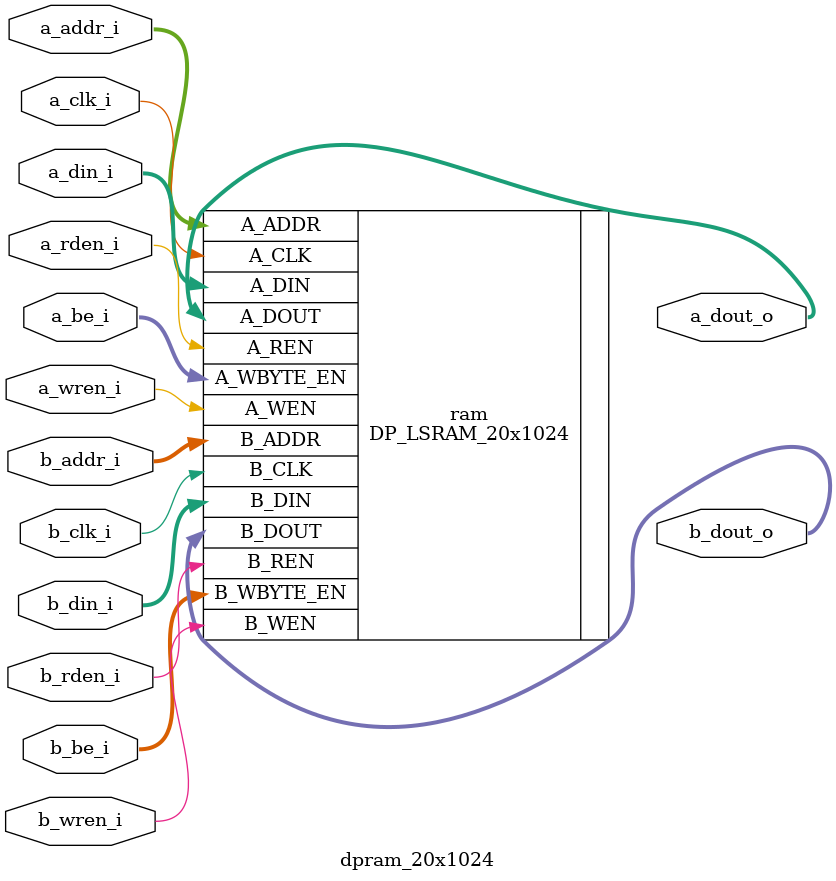
<source format=sv>
/*!
********************************************************************************
\file       dpram_20x1024.sv
\brief      20-bit × 1024 true Dual-Port RAM (Microchip-backed or simulation model)

\author     Kawanami
\date       17/10/2025
\version    1.0

\details
  Leaf-level dual-port RAM used as a Microchip-backed macro wrapper or as a simple
  behavioral model in simulation:

  - Synthesis (Libero / PolarFire SoC/FPGA):
    Instantiates the Microchip large SRAM macro `DP_LSRAM_20x1024` directly.

  - Simulation (Verilator/DPI):
    Implements a minimal behavioral true dual-port RAM with per-lane write
    enable and synchronous, 1-cycle read latency. The full memory array can be
    exposed to testbenches via `mem_o` (enabled with `SIM`).

  Each port supports independent read/write operations. Per-lane write enables
  are expressed over **BeWidth = 2** lanes (two 10-bit lanes per 20-bit word).

\section dpram20x1024_scope Scope and behavior
  - Latency: Synchronous read, 1 cycle. When `*_rden_i` is asserted,
    the address is captured; data becomes visible on `*_dout_o` after the next
    rising edge of the corresponding clock.
  - Write priority: If `*_wren_i=1` in a cycle, the port performs a write
    and does not capture a new read address in that same cycle (write takes
    priority over read).
  - Read-during-write (same port, same address, same cycle): Not defined
    by this wrapper; avoid issuing read and write concurrently on the same port.
  - Cross-port concurrency: Ports A and B operate independently.
    Write/Write to the same address in the same cycle is undefined and must be
    prevented by design (arbiter or address partitioning). Write/Read to the same
    address in the same cycle returns the old value on the read port; newly
    written data are visible on subsequent reads.

\remarks
  - The vendor macro uses UPPERCASE port names (`A_CLK`,
    `A_WBYTE_EN`, etc.); external SCHOLAR RISC-V ports remain in `snake_case`.
  - For precise corner-case behavior, consult the official `Dual Port Large SRAM`
    documentation from Microchip.

\section dpram20x1024_version_history Version history
| Version | Date       | Author   | Description                                 |
|:-------:|:----------:|:---------|:--------------------------------------------|
| 1.0     | 17/10/2025 | Kawanami | Initial version of the module               |
| 1.1     | xx/xx/xxxx | Name     |                                             |
********************************************************************************
*/
module dpram_20x1024 #(
    /// Data width in bits (kept as a parameter for clarity; expected 20)
    parameter int unsigned DataWidth = 20,
    /// Number of addressable words (expected 1024)
    parameter int unsigned Depth     = 1024,
    /// Address width in bits (derived from Depth)
    parameter int unsigned AddrWidth = $clog2(Depth),
    /// Number of write-enable lanes (2 lanes × 10 bits per lane)
    parameter int unsigned BeWidth   = 2
) (
`ifdef SIM
    /// (Simulation only) Exposes the full memory to testbenches (DPI/Verilator)
    output logic [DataWidth-1:0] mem_o   [Depth],
`endif
    /// Port A clock
    input  logic                 a_clk_i,
    /// Port A address
    input  logic [AddrWidth-1:0] a_addr_i,
    /// Port A write data (20-bit)
    input  logic [DataWidth-1:0] a_din_i,
    /// Port A write enables by lane (2 lanes; each lane covers 10 bits)
    input  logic [BeWidth  -1:0] a_be_i,
    /// Port A write enable (1 = write)
    input  logic                 a_wren_i,
    /// Port A read  enable (1 = sample address for a read)
    input  logic                 a_rden_i,
    /// Port A read data (registered; 1-cycle latency)
    output logic [DataWidth-1:0] a_dout_o,
    /// Port B clock
    input  logic                 b_clk_i,
    /// Port B address
    input  logic [AddrWidth-1:0] b_addr_i,
    /// Port B write data (20-bit)
    input  logic [DataWidth-1:0] b_din_i,
    /// Port B write enables by lane (2 lanes; each lane covers 10 bits)
    input  logic [BeWidth  -1:0] b_be_i,
    /// Port B write enable (1 = write)
    input  logic                 b_wren_i,
    /// Port B read  enable (1 = sample address for a read)
    input  logic                 b_rden_i,
    /// Port B read data (registered; 1-cycle latency)
    output logic [DataWidth-1:0] b_dout_o
);

`ifdef SIM

  /******************** DECLARATION ********************/
  /* parameters verification */

  /* local parameters */

  /* machine states */

  /* functions */

  /* wires */

  /* registers */
  /// Registered read address for port A (held when `a_rden_i=0`)
  reg   [AddrWidth -1:0] a_addr_reg;
  /// Registered read address for port B (held when `b_rden_i=0`)
  reg   [AddrWidth -1:0] b_addr_reg;
  /* verilator lint_off MULTIDRIVEN */
  /// Memory array (behavioral). Multi-driver warnings are suppressed intentionally.
  logic [ DataWidth-1:0] mem        [Depth];
  /* verilator lint_on  MULTIDRIVEN */
  /********************             ********************/


  /// Port A memory access logic.
  /*!
   * - Write: When `a_wren_i=1`, each enabled lane writes 10 bits:
   *     lane 0 → bits `[9:0]`, lane 1 → bits `[19:10]`.
   * - Read: When `a_rden_i=1`, capture the address; `a_dout_o` updates on
   *   the next rising edge from `mem[a_addr_reg]`.
   * - Priority: Write has priority over read if both are asserted.
   */
  always_ff @(posedge a_clk_i) begin
    if (a_wren_i) begin
      for (int i = 0; i < BeWidth; i++) begin
        if (a_be_i[i]) mem[a_addr_i][i*10+:10] <= a_din_i[i*10+:10];
      end
    end
    else if (a_rden_i) begin
      a_addr_reg <= a_addr_i;
    end
  end

  /// Port A read data (1-cycle latency)
  assign a_dout_o = mem[a_addr_reg];

  /// Port B memory access logic.
  /*!
   * - Write: When `b_wren_i=1`, each enabled lane writes 10 bits:
   *     lane 0 → bits `[9:0]`, lane 1 → bits `[19:10]`.
   * - Read: When `b_rden_i=1`, capture the address; `b_dout_o` updates on
   *   the next rising edge from `mem[b_addr_reg]`.
   * - Priority: Write has priority over read if both are asserted.
   */
  always_ff @(posedge b_clk_i) begin
    if (b_wren_i) begin
      for (int i = 0; i < BeWidth; i++) begin
        if (b_be_i[i]) mem[b_addr_i][i*10+:10] <= b_din_i[i*10+:10];
      end
    end
    else if (b_rden_i) begin
      b_addr_reg <= b_addr_i;
    end
  end

  /// Port B read data (1-cycle latency)
  assign b_dout_o = mem[b_addr_reg];

  /// Public memory exposure for simulation (DPI/Verilator)
  assign mem_o    = mem;

`else

  /// Microchip Large DPRAM
  DP_LSRAM_20x1024 ram (
      .A_CLK     (a_clk_i),
      .A_ADDR    (a_addr_i),
      .A_DIN     (a_din_i),
      .A_WBYTE_EN(a_be_i),
      .A_WEN     (a_wren_i),
      .A_REN     (a_rden_i),
      .A_DOUT    (a_dout_o),
      .B_CLK     (b_clk_i),
      .B_ADDR    (b_addr_i),
      .B_DIN     (b_din_i),
      .B_WBYTE_EN(b_be_i),
      .B_WEN     (b_wren_i),
      .B_REN     (b_rden_i),
      .B_DOUT    (b_dout_o)
  );

`endif

endmodule

</source>
